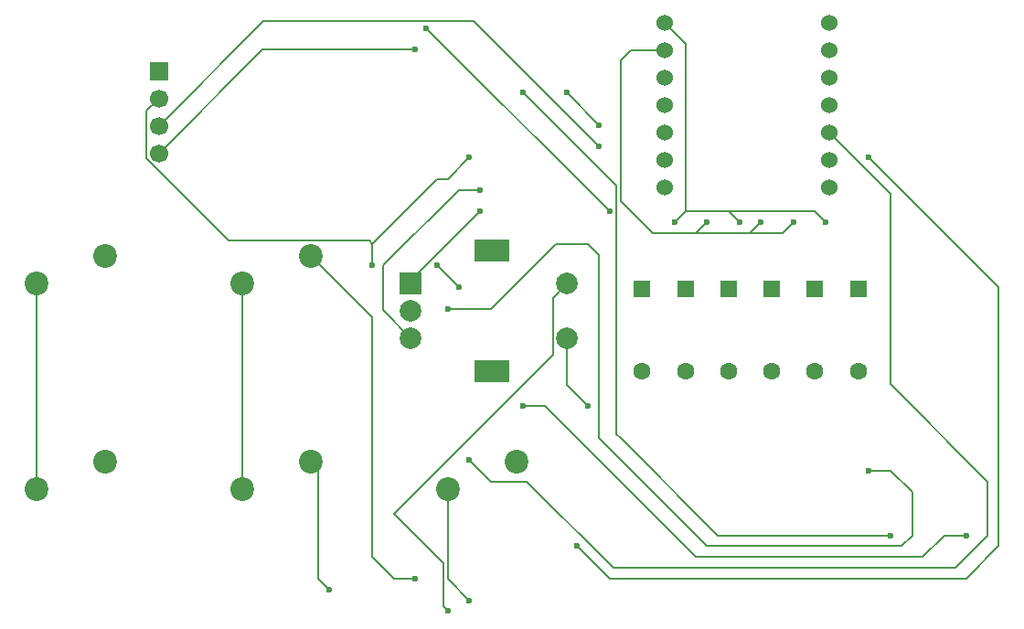
<source format=gbr>
%TF.GenerationSoftware,KiCad,Pcbnew,9.0.7*%
%TF.CreationDate,2026-01-11T22:49:09+06:00*%
%TF.ProjectId,pcb,7063622e-6b69-4636-9164-5f7063625858,rev?*%
%TF.SameCoordinates,Original*%
%TF.FileFunction,Copper,L2,Bot*%
%TF.FilePolarity,Positive*%
%FSLAX46Y46*%
G04 Gerber Fmt 4.6, Leading zero omitted, Abs format (unit mm)*
G04 Created by KiCad (PCBNEW 9.0.7) date 2026-01-11 22:49:09*
%MOMM*%
%LPD*%
G01*
G04 APERTURE LIST*
G04 Aperture macros list*
%AMRoundRect*
0 Rectangle with rounded corners*
0 $1 Rounding radius*
0 $2 $3 $4 $5 $6 $7 $8 $9 X,Y pos of 4 corners*
0 Add a 4 corners polygon primitive as box body*
4,1,4,$2,$3,$4,$5,$6,$7,$8,$9,$2,$3,0*
0 Add four circle primitives for the rounded corners*
1,1,$1+$1,$2,$3*
1,1,$1+$1,$4,$5*
1,1,$1+$1,$6,$7*
1,1,$1+$1,$8,$9*
0 Add four rect primitives between the rounded corners*
20,1,$1+$1,$2,$3,$4,$5,0*
20,1,$1+$1,$4,$5,$6,$7,0*
20,1,$1+$1,$6,$7,$8,$9,0*
20,1,$1+$1,$8,$9,$2,$3,0*%
G04 Aperture macros list end*
%TA.AperFunction,ComponentPad*%
%ADD10RoundRect,0.250000X-0.550000X0.550000X-0.550000X-0.550000X0.550000X-0.550000X0.550000X0.550000X0*%
%TD*%
%TA.AperFunction,ComponentPad*%
%ADD11C,1.600000*%
%TD*%
%TA.AperFunction,ComponentPad*%
%ADD12C,2.200000*%
%TD*%
%TA.AperFunction,ComponentPad*%
%ADD13C,1.524000*%
%TD*%
%TA.AperFunction,ComponentPad*%
%ADD14R,2.000000X2.000000*%
%TD*%
%TA.AperFunction,ComponentPad*%
%ADD15C,2.000000*%
%TD*%
%TA.AperFunction,ComponentPad*%
%ADD16R,3.200000X2.000000*%
%TD*%
%TA.AperFunction,ComponentPad*%
%ADD17R,1.700000X1.700000*%
%TD*%
%TA.AperFunction,ComponentPad*%
%ADD18C,1.700000*%
%TD*%
%TA.AperFunction,ViaPad*%
%ADD19C,0.600000*%
%TD*%
%TA.AperFunction,Conductor*%
%ADD20C,0.200000*%
%TD*%
G04 APERTURE END LIST*
D10*
%TO.P,D7,1,K*%
%TO.N,row 1*%
X173000000Y-74190000D03*
D11*
%TO.P,D7,2,A*%
%TO.N,Net-(D7-A)*%
X173000000Y-81810000D03*
%TD*%
D12*
%TO.P,SW4,1,1*%
%TO.N,Net-(D6-A)*%
X126296250Y-90170000D03*
%TO.P,SW4,2,2*%
%TO.N,col 1*%
X119946250Y-92710000D03*
%TD*%
%TO.P,SW1,1,1*%
%TO.N,Net-(D3-A)*%
X107246250Y-71120000D03*
%TO.P,SW1,2,2*%
%TO.N,col 0*%
X100896250Y-73660000D03*
%TD*%
D10*
%TO.P,D5,1,K*%
%TO.N,row 0*%
X165000000Y-74190000D03*
D11*
%TO.P,D5,2,A*%
%TO.N,Net-(D5-A)*%
X165000000Y-81810000D03*
%TD*%
D10*
%TO.P,D4,1,K*%
%TO.N,row 1*%
X161000000Y-74190000D03*
D11*
%TO.P,D4,2,A*%
%TO.N,Net-(D4-A)*%
X161000000Y-81810000D03*
%TD*%
D10*
%TO.P,D8,1,K*%
%TO.N,row 0*%
X177000000Y-74190000D03*
D11*
%TO.P,D8,2,A*%
%TO.N,SW2*%
X177000000Y-81810000D03*
%TD*%
D13*
%TO.P,U1,1,GPIO26/ADC0/A0*%
%TO.N,row 0*%
X159067500Y-49530000D03*
%TO.P,U1,2,GPIO27/ADC1/A1*%
%TO.N,row 1*%
X159067500Y-52070000D03*
%TO.P,U1,3,GPIO28/ADC2/A2*%
%TO.N,SW6B*%
X159067500Y-54610000D03*
%TO.P,U1,4,GPIO29/ADC3/A3*%
%TO.N,SW6A*%
X159067500Y-57150000D03*
%TO.P,U1,5,GPIO6/SDA*%
%TO.N,SDA*%
X159067500Y-59690000D03*
%TO.P,U1,6,GPIO7/SCL*%
%TO.N,SCL*%
X159067500Y-62230000D03*
%TO.P,U1,7,GPIO0/TX*%
%TO.N,SK6812*%
X159067500Y-64770000D03*
%TO.P,U1,8,GPIO1/RX*%
%TO.N,unconnected-(U1-GPIO1{slash}RX-Pad8)*%
X174307500Y-64770000D03*
%TO.P,U1,9,GPIO2/SCK*%
%TO.N,SW1*%
X174307500Y-62230000D03*
%TO.P,U1,10,GPIO4/MISO*%
%TO.N,col 1*%
X174307500Y-59690000D03*
%TO.P,U1,11,GPIO3/MOSI*%
%TO.N,col 0*%
X174307500Y-57150000D03*
%TO.P,U1,12,3V3*%
%TO.N,unconnected-(U1-3V3-Pad12)*%
X174307500Y-54610000D03*
%TO.P,U1,13,GND*%
%TO.N,GND*%
X174307500Y-52070000D03*
%TO.P,U1,14,VBUS*%
%TO.N,+5V*%
X174307500Y-49530000D03*
%TD*%
D10*
%TO.P,D6,1,K*%
%TO.N,row 1*%
X169000000Y-74190000D03*
D11*
%TO.P,D6,2,A*%
%TO.N,Net-(D6-A)*%
X169000000Y-81810000D03*
%TD*%
D12*
%TO.P,SW5,1,1*%
%TO.N,SW1*%
X145346250Y-90170000D03*
%TO.P,SW5,2,2*%
%TO.N,Net-(D7-A)*%
X138996250Y-92710000D03*
%TD*%
D10*
%TO.P,D3,1,K*%
%TO.N,row 0*%
X157000000Y-74190000D03*
D11*
%TO.P,D3,2,A*%
%TO.N,Net-(D3-A)*%
X157000000Y-81810000D03*
%TD*%
D14*
%TO.P,SW6,A,A*%
%TO.N,SW6A*%
X135556250Y-73700000D03*
D15*
%TO.P,SW6,B,B*%
%TO.N,SW6B*%
X135556250Y-78700000D03*
%TO.P,SW6,C,C*%
%TO.N,GND*%
X135556250Y-76200000D03*
D16*
%TO.P,SW6,MP*%
%TO.N,N/C*%
X143056250Y-70600000D03*
X143056250Y-81800000D03*
D15*
%TO.P,SW6,S1,S1*%
%TO.N,SW1*%
X150056250Y-78700000D03*
%TO.P,SW6,S2,S2*%
%TO.N,SW2*%
X150056250Y-73700000D03*
%TD*%
D12*
%TO.P,SW3,1,1*%
%TO.N,Net-(D4-A)*%
X107246250Y-90170000D03*
%TO.P,SW3,2,2*%
%TO.N,col 0*%
X100896250Y-92710000D03*
%TD*%
D17*
%TO.P,J1,1,Pin_1*%
%TO.N,GND*%
X112250000Y-54000000D03*
D18*
%TO.P,J1,2,Pin_2*%
%TO.N,+5V*%
X112250000Y-56540000D03*
%TO.P,J1,3,Pin_3*%
%TO.N,SCL*%
X112250000Y-59080000D03*
%TO.P,J1,4,Pin_4*%
%TO.N,SDA*%
X112250000Y-61620000D03*
%TD*%
D12*
%TO.P,SW2,1,1*%
%TO.N,Net-(D5-A)*%
X126296250Y-71120000D03*
%TO.P,SW2,2,2*%
%TO.N,col 1*%
X119946250Y-73660000D03*
%TD*%
D19*
%TO.N,+5V*%
X132000000Y-72000000D03*
X146000000Y-85000000D03*
X187000000Y-97000000D03*
X141000000Y-62000000D03*
%TO.N,SK6812*%
X138000000Y-72000000D03*
X140000000Y-74000000D03*
%TO.N,GND*%
X178000000Y-91000000D03*
X139000000Y-76000000D03*
%TO.N,Net-(D1-DOUT)*%
X180000000Y-97000000D03*
X146000000Y-56000000D03*
%TO.N,row 0*%
X174000000Y-68000000D03*
X166000000Y-68000000D03*
X160000000Y-68000000D03*
%TO.N,row 1*%
X171000000Y-68000000D03*
X168000000Y-68000000D03*
X163000000Y-68000000D03*
%TO.N,Net-(D5-A)*%
X136000000Y-101000000D03*
%TO.N,Net-(D6-A)*%
X128000000Y-102000000D03*
%TO.N,SW2*%
X139000000Y-103975000D03*
%TO.N,SDA*%
X150000000Y-56000000D03*
X153000000Y-59000000D03*
X136000000Y-52000000D03*
%TO.N,SCL*%
X153000000Y-61000000D03*
%TO.N,col 0*%
X137000000Y-50000000D03*
X153999000Y-67000000D03*
%TO.N,col 1*%
X141000000Y-90000000D03*
%TO.N,SW1*%
X178000000Y-62000000D03*
X151000000Y-98000000D03*
X152000000Y-85000000D03*
%TO.N,SW6B*%
X142000000Y-65000000D03*
%TO.N,SW6A*%
X142000000Y-67000000D03*
%TO.N,Net-(D7-A)*%
X141000000Y-103000000D03*
%TD*%
D20*
%TO.N,+5V*%
X132000000Y-71000000D02*
X132000000Y-72000000D01*
X111099000Y-62096760D02*
X118721240Y-69719000D01*
X162000000Y-99000000D02*
X183000000Y-99000000D01*
X131719000Y-69719000D02*
X132000000Y-70000000D01*
X132000000Y-70000000D02*
X132000000Y-71000000D01*
X141000000Y-62000000D02*
X139000000Y-64000000D01*
X112250000Y-56540000D02*
X111099000Y-57691000D01*
X138000000Y-64000000D02*
X132000000Y-70000000D01*
X183000000Y-99000000D02*
X185000000Y-97000000D01*
X111099000Y-57691000D02*
X111099000Y-62096760D01*
X146000000Y-85000000D02*
X148000000Y-85000000D01*
X185000000Y-97000000D02*
X187000000Y-97000000D01*
X118721240Y-69719000D02*
X131719000Y-69719000D01*
X148000000Y-85000000D02*
X162000000Y-99000000D01*
X139000000Y-64000000D02*
X138000000Y-64000000D01*
%TO.N,SK6812*%
X140000000Y-74000000D02*
X138000000Y-72000000D01*
%TO.N,GND*%
X182000000Y-97000000D02*
X181000000Y-98000000D01*
X153000000Y-88000000D02*
X153000000Y-86000000D01*
X178000000Y-91000000D02*
X180000000Y-91000000D01*
X153000000Y-71000000D02*
X152000000Y-70000000D01*
X152000000Y-70000000D02*
X149000000Y-70000000D01*
X180000000Y-91000000D02*
X182000000Y-93000000D01*
X149000000Y-70000000D02*
X143000000Y-76000000D01*
X153000000Y-86000000D02*
X153000000Y-71000000D01*
X143000000Y-76000000D02*
X139000000Y-76000000D01*
X163000000Y-98000000D02*
X153000000Y-88000000D01*
X181000000Y-98000000D02*
X163000000Y-98000000D01*
X182000000Y-93000000D02*
X182000000Y-97000000D01*
%TO.N,Net-(D1-DOUT)*%
X180000000Y-97000000D02*
X164000000Y-97000000D01*
X164000000Y-97000000D02*
X155000000Y-88000000D01*
X154599000Y-87599000D02*
X154599000Y-64599000D01*
X154599000Y-64599000D02*
X146000000Y-56000000D01*
X155000000Y-88000000D02*
X154599000Y-87599000D01*
%TO.N,row 0*%
X173000000Y-67000000D02*
X165000000Y-67000000D01*
X165000000Y-67000000D02*
X161000000Y-67000000D01*
X174000000Y-68000000D02*
X173000000Y-67000000D01*
X161000000Y-51462500D02*
X159067500Y-49530000D01*
X161000000Y-67000000D02*
X161000000Y-51462500D01*
X166000000Y-68000000D02*
X165000000Y-67000000D01*
X160000000Y-68000000D02*
X161000000Y-67000000D01*
%TO.N,row 1*%
X171000000Y-68000000D02*
X170000000Y-69000000D01*
X155930000Y-52070000D02*
X159067500Y-52070000D01*
X155000000Y-66000000D02*
X155000000Y-53000000D01*
X163000000Y-68000000D02*
X162000000Y-69000000D01*
X155000000Y-53000000D02*
X155930000Y-52070000D01*
X162000000Y-69000000D02*
X158000000Y-69000000D01*
X170000000Y-69000000D02*
X167000000Y-69000000D01*
X158000000Y-69000000D02*
X155000000Y-66000000D01*
X168000000Y-68000000D02*
X167000000Y-69000000D01*
X167000000Y-69000000D02*
X162000000Y-69000000D01*
%TO.N,Net-(D5-A)*%
X132000000Y-76823750D02*
X126296250Y-71120000D01*
X132000000Y-99000000D02*
X132000000Y-76823750D01*
X134000000Y-101000000D02*
X132000000Y-99000000D01*
X136000000Y-101000000D02*
X134000000Y-101000000D01*
%TO.N,Net-(D6-A)*%
X127000000Y-90873750D02*
X126296250Y-90170000D01*
X128000000Y-102000000D02*
X127000000Y-101000000D01*
X127000000Y-101000000D02*
X127000000Y-90873750D01*
%TO.N,SW2*%
X134000000Y-95000000D02*
X148755250Y-80244750D01*
X139000000Y-103975000D02*
X138595250Y-103570250D01*
X138595250Y-99595250D02*
X134000000Y-95000000D01*
X148755250Y-75001000D02*
X150056250Y-73700000D01*
X138595250Y-103570250D02*
X138595250Y-99595250D01*
X148755250Y-80244750D02*
X148755250Y-75001000D01*
%TO.N,SDA*%
X150000000Y-56000000D02*
X153000000Y-59000000D01*
X112250000Y-61620000D02*
X121870000Y-52000000D01*
X121870000Y-52000000D02*
X136000000Y-52000000D01*
%TO.N,SCL*%
X121931000Y-49399000D02*
X141399000Y-49399000D01*
X112250000Y-59080000D02*
X121931000Y-49399000D01*
X141399000Y-49399000D02*
X153000000Y-61000000D01*
%TO.N,col 0*%
X153999000Y-66999000D02*
X153999000Y-67000000D01*
X137000000Y-50000000D02*
X153999000Y-66999000D01*
X100896250Y-73660000D02*
X100896250Y-92710000D01*
%TO.N,col 1*%
X180000000Y-83000000D02*
X189000000Y-92000000D01*
X174307500Y-59690000D02*
X180000000Y-65382500D01*
X189000000Y-92000000D02*
X189000000Y-97000000D01*
X180000000Y-65382500D02*
X180000000Y-83000000D01*
X154334720Y-100000000D02*
X146334720Y-92000000D01*
X119946250Y-73660000D02*
X119946250Y-92710000D01*
X189000000Y-97000000D02*
X186000000Y-100000000D01*
X186000000Y-100000000D02*
X154334720Y-100000000D01*
X143000000Y-92000000D02*
X141000000Y-90000000D01*
X146334720Y-92000000D02*
X143000000Y-92000000D01*
%TO.N,SW1*%
X190000000Y-98000000D02*
X190000000Y-74000000D01*
X151000000Y-98000000D02*
X154000000Y-101000000D01*
X150056250Y-83056250D02*
X152000000Y-85000000D01*
X190000000Y-74000000D02*
X178000000Y-62000000D01*
X150056250Y-78700000D02*
X150056250Y-83056250D01*
X187000000Y-101000000D02*
X190000000Y-98000000D01*
X154000000Y-101000000D02*
X187000000Y-101000000D01*
%TO.N,SW6B*%
X133000000Y-72000000D02*
X140000000Y-65000000D01*
X133000000Y-76143750D02*
X133000000Y-72000000D01*
X140000000Y-65000000D02*
X142000000Y-65000000D01*
X135556250Y-78700000D02*
X133000000Y-76143750D01*
%TO.N,SW6A*%
X142000000Y-67000000D02*
X135556250Y-73443750D01*
X135556250Y-73443750D02*
X135556250Y-73700000D01*
%TO.N,Net-(D7-A)*%
X141000000Y-103000000D02*
X138996250Y-100996250D01*
X138996250Y-100996250D02*
X138996250Y-92710000D01*
%TD*%
M02*

</source>
